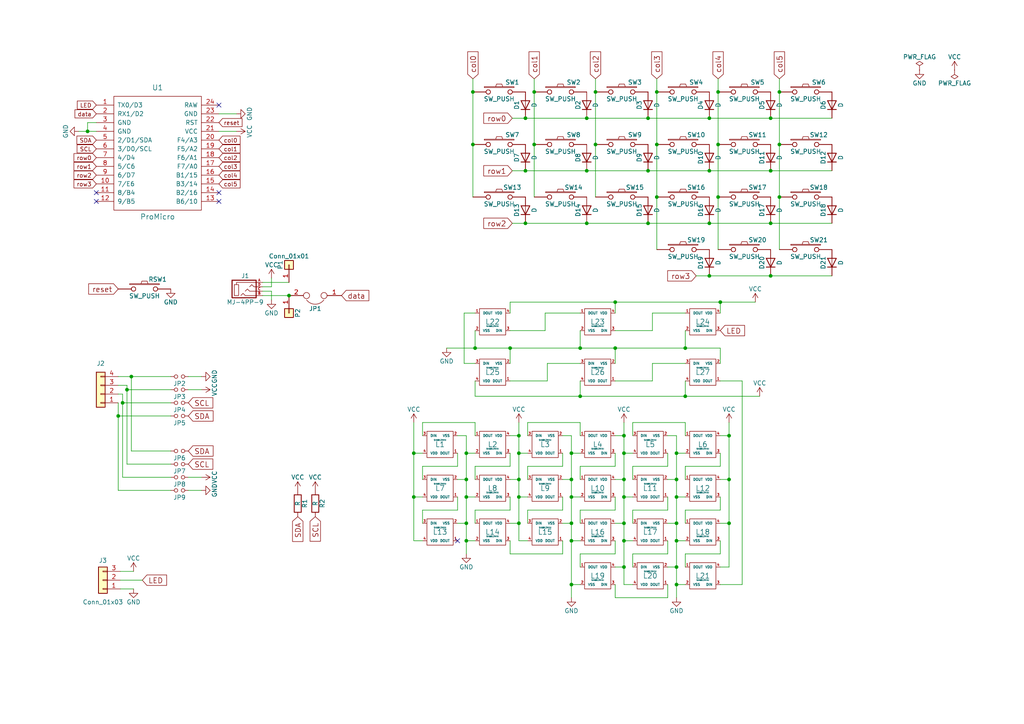
<source format=kicad_sch>
(kicad_sch (version 20230121) (generator eeschema)
  (paper "A4")
  (title_block (title "Corne Chocolate") (date "2024-01-30") (rev "2.2") (company "foostan"))
  (junction (at 205.74 34.29))
  (junction (at 165.735 144.145))
  (junction (at 120.015 144.145))
  (junction (at 170.18 64.77))
  (junction (at 205.74 80.01))
  (junction (at 226.06 26.67))
  (junction (at 196.215 169.545))
  (junction (at 211.455 139.065))
  (junction (at 36.83 113.03))
  (junction (at 172.72 26.67))
  (junction (at 25.4 38.1))
  (junction (at 208.28 26.67))
  (junction (at 154.94 41.91))
  (junction (at 198.755 114.935))
  (junction (at 198.755 100.965))
  (junction (at 211.455 151.765))
  (junction (at 152.4 34.29))
  (junction (at 35.56 116.84))
  (junction (at 196.215 131.445))
  (junction (at 180.975 144.145))
  (junction (at 165.735 169.545))
  (junction (at 150.495 144.145))
  (junction (at 196.215 151.765))
  (junction (at 178.435 87.63))
  (junction (at 208.28 57.15))
  (junction (at 180.975 139.065))
  (junction (at 152.4 64.77))
  (junction (at 165.735 139.065))
  (junction (at 135.255 151.765))
  (junction (at 150.495 139.065))
  (junction (at 120.015 131.445))
  (junction (at 135.255 144.145))
  (junction (at 150.495 151.765))
  (junction (at 135.255 156.845))
  (junction (at 208.28 41.91))
  (junction (at 168.275 100.965))
  (junction (at 137.16 41.91))
  (junction (at 187.96 49.53))
  (junction (at 226.06 57.15))
  (junction (at 180.975 156.845))
  (junction (at 135.255 139.065))
  (junction (at 196.215 164.465))
  (junction (at 187.96 34.29))
  (junction (at 190.5 26.67))
  (junction (at 165.735 131.445))
  (junction (at 190.5 57.15))
  (junction (at 211.455 126.365))
  (junction (at 137.16 26.67))
  (junction (at 147.955 100.965))
  (junction (at 152.4 49.53))
  (junction (at 196.215 156.845))
  (junction (at 168.275 114.935))
  (junction (at 180.975 131.445))
  (junction (at 34.29 120.65))
  (junction (at 165.735 151.765))
  (junction (at 223.52 49.53))
  (junction (at 165.735 156.845))
  (junction (at 196.215 139.065))
  (junction (at 223.52 80.01))
  (junction (at 170.18 49.53))
  (junction (at 223.52 34.29))
  (junction (at 38.1 109.22))
  (junction (at 180.975 151.765))
  (junction (at 205.74 64.77))
  (junction (at 137.795 100.965))
  (junction (at 154.94 26.67))
  (junction (at 187.96 64.77))
  (junction (at 170.18 34.29))
  (junction (at 196.215 144.145))
  (junction (at 226.06 41.91))
  (junction (at 150.495 131.445))
  (junction (at 208.915 87.63))
  (junction (at 223.52 64.77))
  (junction (at 190.5 41.91))
  (junction (at 180.975 126.365))
  (junction (at 135.255 131.445))
  (junction (at 83.82 85.725))
  (junction (at 178.435 100.965))
  (junction (at 205.74 49.53))
  (junction (at 150.495 126.365))
  (junction (at 180.975 164.465))
  (junction (at 172.72 41.91))
  (no_connect (at 27.94 55.88))
  (no_connect (at 63.5 30.48))
  (no_connect (at 132.715 156.845))
  (no_connect (at 27.94 58.42))
  (no_connect (at 63.5 58.42))
  (no_connect (at 63.5 55.88))
  (wire (pts (xy 190.5 41.91) (xy 190.5 57.15)))
  (wire (pts (xy 183.515 151.765) (xy 183.515 147.955)))
  (wire (pts (xy 208.915 151.765) (xy 211.455 151.765)))
  (wire (pts (xy 153.035 151.765) (xy 153.035 147.955)))
  (wire (pts (xy 183.515 122.555) (xy 183.515 126.365)))
  (wire (pts (xy 27.94 35.56) (xy 25.4 35.56)))
  (wire (pts (xy 34.29 109.22) (xy 38.1 109.22)))
  (wire (pts (xy 193.675 164.465) (xy 196.215 164.465)))
  (wire (pts (xy 49.53 116.84) (xy 35.56 116.84)))
  (wire (pts (xy 208.915 110.49) (xy 215.265 110.49)))
  (wire (pts (xy 168.275 156.845) (xy 165.735 156.845)))
  (wire (pts (xy 196.215 151.765) (xy 196.215 156.845)))
  (wire (pts (xy 137.16 26.67) (xy 137.16 41.91)))
  (wire (pts (xy 187.96 34.29) (xy 205.74 34.29)))
  (wire (pts (xy 208.915 135.255) (xy 208.915 131.445)))
  (wire (pts (xy 196.215 139.065) (xy 196.215 144.145)))
  (wire (pts (xy 54.61 138.43) (xy 58.42 138.43)))
  (wire (pts (xy 205.74 80.01) (xy 223.52 80.01)))
  (wire (pts (xy 226.06 57.15) (xy 226.06 72.39)))
  (wire (pts (xy 137.795 114.935) (xy 168.275 114.935)))
  (wire (pts (xy 134.62 105.41) (xy 137.795 105.41)))
  (wire (pts (xy 198.755 122.555) (xy 183.515 122.555)))
  (wire (pts (xy 153.035 147.955) (xy 163.195 147.955)))
  (wire (pts (xy 180.975 144.145) (xy 183.515 144.145)))
  (wire (pts (xy 153.035 135.255) (xy 163.195 135.255)))
  (wire (pts (xy 170.18 64.77) (xy 187.96 64.77)))
  (wire (pts (xy 137.16 41.91) (xy 137.16 57.15)))
  (wire (pts (xy 147.955 87.63) (xy 178.435 87.63)))
  (wire (pts (xy 226.06 41.91) (xy 226.06 57.15)))
  (wire (pts (xy 132.715 147.955) (xy 132.715 144.145)))
  (wire (pts (xy 180.975 164.465) (xy 180.975 169.545)))
  (wire (pts (xy 178.435 87.63) (xy 208.915 87.63)))
  (wire (pts (xy 154.94 22.86) (xy 154.94 26.67)))
  (wire (pts (xy 178.435 151.765) (xy 180.975 151.765)))
  (wire (pts (xy 168.275 147.955) (xy 178.435 147.955)))
  (wire (pts (xy 54.61 113.03) (xy 58.42 113.03)))
  (wire (pts (xy 180.975 151.765) (xy 180.975 156.845)))
  (wire (pts (xy 49.53 120.65) (xy 34.29 120.65)))
  (wire (pts (xy 147.955 147.955) (xy 147.955 144.145)))
  (wire (pts (xy 63.5 33.02) (xy 68.58 33.02)))
  (wire (pts (xy 147.955 135.255) (xy 147.955 131.445)))
  (wire (pts (xy 180.975 156.845) (xy 180.975 164.465)))
  (wire (pts (xy 193.675 139.065) (xy 196.215 139.065)))
  (wire (pts (xy 147.955 151.765) (xy 150.495 151.765)))
  (wire (pts (xy 211.455 151.765) (xy 211.455 164.465)))
  (wire (pts (xy 208.915 126.365) (xy 211.455 126.365)))
  (wire (pts (xy 215.265 110.49) (xy 215.265 169.545)))
  (wire (pts (xy 168.275 100.965) (xy 178.435 100.965)))
  (wire (pts (xy 208.915 147.955) (xy 208.915 144.145)))
  (wire (pts (xy 147.955 126.365) (xy 150.495 126.365)))
  (wire (pts (xy 211.455 139.065) (xy 211.455 151.765)))
  (wire (pts (xy 63.5 38.1) (xy 68.58 38.1)))
  (wire (pts (xy 223.52 34.29) (xy 241.3 34.29)))
  (wire (pts (xy 180.975 122.555) (xy 180.975 126.365)))
  (wire (pts (xy 193.675 151.765) (xy 196.215 151.765)))
  (wire (pts (xy 36.83 111.76) (xy 36.83 113.03)))
  (wire (pts (xy 54.61 109.22) (xy 58.42 109.22)))
  (wire (pts (xy 193.675 173.355) (xy 178.435 173.355)))
  (wire (pts (xy 198.755 156.845) (xy 196.215 156.845)))
  (wire (pts (xy 180.975 156.845) (xy 183.515 156.845)))
  (wire (pts (xy 180.975 126.365) (xy 180.975 131.445)))
  (wire (pts (xy 189.23 105.41) (xy 198.755 105.41)))
  (wire (pts (xy 208.28 41.91) (xy 208.28 57.15)))
  (wire (pts (xy 223.52 64.77) (xy 241.3 64.77)))
  (wire (pts (xy 76.2 84.455) (xy 78.74 84.455)))
  (wire (pts (xy 34.29 114.3) (xy 35.56 114.3)))
  (wire (pts (xy 148.59 49.53) (xy 152.4 49.53)))
  (wire (pts (xy 120.015 131.445) (xy 120.015 144.145)))
  (wire (pts (xy 120.015 122.555) (xy 120.015 131.445)))
  (wire (pts (xy 178.435 147.955) (xy 178.435 144.145)))
  (wire (pts (xy 35.56 114.3) (xy 35.56 116.84)))
  (wire (pts (xy 183.515 164.465) (xy 183.515 160.655)))
  (wire (pts (xy 154.94 41.91) (xy 154.94 57.15)))
  (wire (pts (xy 198.755 135.255) (xy 208.915 135.255)))
  (wire (pts (xy 132.715 139.065) (xy 135.255 139.065)))
  (wire (pts (xy 198.755 126.365) (xy 198.755 122.555)))
  (wire (pts (xy 168.275 169.545) (xy 165.735 169.545)))
  (wire (pts (xy 178.435 164.465) (xy 180.975 164.465)))
  (wire (pts (xy 208.28 22.86) (xy 208.28 26.67)))
  (wire (pts (xy 168.275 131.445) (xy 165.735 131.445)))
  (wire (pts (xy 223.52 80.01) (xy 241.3 80.01)))
  (wire (pts (xy 187.96 64.77) (xy 205.74 64.77)))
  (wire (pts (xy 178.435 105.41) (xy 178.435 100.965)))
  (wire (pts (xy 190.5 57.15) (xy 190.5 72.39)))
  (wire (pts (xy 137.795 135.255) (xy 147.955 135.255)))
  (wire (pts (xy 76.2 83.185) (xy 78.74 83.185)))
  (wire (pts (xy 36.83 113.03) (xy 36.83 134.62)))
  (wire (pts (xy 76.2 81.915) (xy 83.82 81.915)))
  (wire (pts (xy 223.52 49.53) (xy 241.3 49.53)))
  (wire (pts (xy 193.675 169.545) (xy 193.675 173.355)))
  (wire (pts (xy 180.975 144.145) (xy 180.975 151.765)))
  (wire (pts (xy 163.195 139.065) (xy 165.735 139.065)))
  (wire (pts (xy 189.23 110.49) (xy 189.23 105.41)))
  (wire (pts (xy 147.955 90.805) (xy 147.955 87.63)))
  (wire (pts (xy 150.495 156.845) (xy 153.035 156.845)))
  (wire (pts (xy 38.1 109.22) (xy 38.1 130.81)))
  (wire (pts (xy 137.795 151.765) (xy 137.795 147.955)))
  (wire (pts (xy 198.755 139.065) (xy 198.755 135.255)))
  (wire (pts (xy 198.755 131.445) (xy 196.215 131.445)))
  (wire (pts (xy 190.5 26.67) (xy 190.5 41.91)))
  (wire (pts (xy 172.72 22.86) (xy 172.72 26.67)))
  (wire (pts (xy 178.435 160.655) (xy 178.435 156.845)))
  (wire (pts (xy 183.515 139.065) (xy 183.515 135.255)))
  (wire (pts (xy 170.18 49.53) (xy 187.96 49.53)))
  (wire (pts (xy 158.75 105.41) (xy 168.275 105.41)))
  (wire (pts (xy 198.755 144.145) (xy 196.215 144.145)))
  (wire (pts (xy 226.06 22.86) (xy 226.06 26.67)))
  (wire (pts (xy 208.915 87.63) (xy 219.075 87.63)))
  (wire (pts (xy 135.255 151.765) (xy 135.255 156.845)))
  (wire (pts (xy 147.955 100.965) (xy 168.275 100.965)))
  (wire (pts (xy 196.215 131.445) (xy 196.215 139.065)))
  (wire (pts (xy 178.435 90.805) (xy 178.435 87.63)))
  (wire (pts (xy 153.035 144.145) (xy 150.495 144.145)))
  (wire (pts (xy 147.955 105.41) (xy 147.955 100.965)))
  (wire (pts (xy 180.975 139.065) (xy 180.975 144.145)))
  (wire (pts (xy 211.455 164.465) (xy 208.915 164.465)))
  (wire (pts (xy 178.435 135.255) (xy 178.435 131.445)))
  (wire (pts (xy 208.915 139.065) (xy 211.455 139.065)))
  (wire (pts (xy 208.915 100.965) (xy 208.915 105.41)))
  (wire (pts (xy 135.255 139.065) (xy 135.255 144.145)))
  (wire (pts (xy 165.735 126.365) (xy 165.735 131.445)))
  (wire (pts (xy 178.435 139.065) (xy 180.975 139.065)))
  (wire (pts (xy 180.975 131.445) (xy 180.975 139.065)))
  (wire (pts (xy 154.94 26.67) (xy 154.94 41.91)))
  (wire (pts (xy 137.795 147.955) (xy 147.955 147.955)))
  (wire (pts (xy 198.755 114.935) (xy 220.345 114.935)))
  (wire (pts (xy 187.96 49.53) (xy 205.74 49.53)))
  (wire (pts (xy 150.495 139.065) (xy 150.495 144.145)))
  (wire (pts (xy 137.795 139.065) (xy 137.795 135.255)))
  (wire (pts (xy 193.675 126.365) (xy 196.215 126.365)))
  (wire (pts (xy 34.29 116.84) (xy 34.29 120.65)))
  (wire (pts (xy 168.275 139.065) (xy 168.275 135.255)))
  (wire (pts (xy 163.195 156.845) (xy 163.195 160.655)))
  (wire (pts (xy 205.74 49.53) (xy 223.52 49.53)))
  (wire (pts (xy 38.1 109.22) (xy 49.53 109.22)))
  (wire (pts (xy 25.4 35.56) (xy 25.4 38.1)))
  (wire (pts (xy 137.795 110.49) (xy 137.795 114.935)))
  (wire (pts (xy 196.215 126.365) (xy 196.215 131.445)))
  (wire (pts (xy 208.915 160.655) (xy 208.915 156.845)))
  (wire (pts (xy 183.515 147.955) (xy 193.675 147.955)))
  (wire (pts (xy 150.495 144.145) (xy 150.495 151.765)))
  (wire (pts (xy 158.75 110.49) (xy 158.75 105.41)))
  (wire (pts (xy 201.93 80.01) (xy 205.74 80.01)))
  (wire (pts (xy 122.555 139.065) (xy 122.555 135.255)))
  (wire (pts (xy 135.255 131.445) (xy 135.255 139.065)))
  (wire (pts (xy 165.735 151.765) (xy 165.735 156.845)))
  (wire (pts (xy 158.115 90.805) (xy 158.115 95.885)))
  (wire (pts (xy 120.015 156.845) (xy 122.555 156.845)))
  (wire (pts (xy 135.255 126.365) (xy 135.255 131.445)))
  (wire (pts (xy 196.215 144.145) (xy 196.215 151.765)))
  (wire (pts (xy 215.265 169.545) (xy 208.915 169.545)))
  (wire (pts (xy 178.435 126.365) (xy 180.975 126.365)))
  (wire (pts (xy 190.5 22.86) (xy 190.5 26.67)))
  (wire (pts (xy 211.455 122.555) (xy 211.455 126.365)))
  (wire (pts (xy 208.28 57.15) (xy 208.28 72.39)))
  (wire (pts (xy 148.59 64.77) (xy 152.4 64.77)))
  (wire (pts (xy 168.275 126.365) (xy 168.275 122.555)))
  (wire (pts (xy 129.54 100.965) (xy 137.795 100.965)))
  (wire (pts (xy 198.755 90.805) (xy 189.23 90.805)))
  (wire (pts (xy 165.735 156.845) (xy 165.735 169.545)))
  (wire (pts (xy 137.795 100.965) (xy 147.955 100.965)))
  (wire (pts (xy 163.195 135.255) (xy 163.195 131.445)))
  (wire (pts (xy 120.015 144.145) (xy 120.015 156.845)))
  (wire (pts (xy 226.06 26.67) (xy 226.06 41.91)))
  (wire (pts (xy 183.515 160.655) (xy 193.675 160.655)))
  (wire (pts (xy 137.795 122.555) (xy 122.555 122.555)))
  (wire (pts (xy 168.275 135.255) (xy 178.435 135.255)))
  (wire (pts (xy 168.275 160.655) (xy 178.435 160.655)))
  (wire (pts (xy 170.18 34.29) (xy 187.96 34.29)))
  (wire (pts (xy 137.795 131.445) (xy 135.255 131.445)))
  (wire (pts (xy 165.735 131.445) (xy 165.735 139.065)))
  (wire (pts (xy 34.925 165.735) (xy 38.735 165.735)))
  (wire (pts (xy 198.755 164.465) (xy 198.755 160.655)))
  (wire (pts (xy 172.72 41.91) (xy 172.72 57.15)))
  (wire (pts (xy 178.435 173.355) (xy 178.435 169.545)))
  (wire (pts (xy 153.035 131.445) (xy 150.495 131.445)))
  (wire (pts (xy 163.195 151.765) (xy 165.735 151.765)))
  (wire (pts (xy 76.2 85.725) (xy 83.82 85.725)))
  (wire (pts (xy 172.72 26.67) (xy 172.72 41.91)))
  (wire (pts (xy 193.675 147.955) (xy 193.675 144.145)))
  (wire (pts (xy 168.275 164.465) (xy 168.275 160.655)))
  (wire (pts (xy 196.215 164.465) (xy 196.215 169.545)))
  (wire (pts (xy 158.115 95.885) (xy 147.955 95.885)))
  (wire (pts (xy 165.735 169.545) (xy 165.735 173.355)))
  (wire (pts (xy 196.215 169.545) (xy 196.215 173.355)))
  (wire (pts (xy 178.435 110.49) (xy 189.23 110.49)))
  (wire (pts (xy 150.495 151.765) (xy 150.495 156.845)))
  (wire (pts (xy 122.555 122.555) (xy 122.555 126.365)))
  (wire (pts (xy 49.53 113.03) (xy 36.83 113.03)))
  (wire (pts (xy 198.755 169.545) (xy 196.215 169.545)))
  (wire (pts (xy 165.735 139.065) (xy 165.735 144.145)))
  (wire (pts (xy 168.275 95.885) (xy 168.275 100.965)))
  (wire (pts (xy 198.755 151.765) (xy 198.755 147.955)))
  (wire (pts (xy 34.29 111.76) (xy 36.83 111.76)))
  (wire (pts (xy 205.74 64.77) (xy 223.52 64.77)))
  (wire (pts (xy 153.035 139.065) (xy 153.035 135.255)))
  (wire (pts (xy 152.4 34.29) (xy 170.18 34.29)))
  (wire (pts (xy 196.215 156.845) (xy 196.215 164.465)))
  (wire (pts (xy 178.435 100.965) (xy 198.755 100.965)))
  (wire (pts (xy 122.555 147.955) (xy 132.715 147.955)))
  (wire (pts (xy 137.795 90.805) (xy 134.62 90.805)))
  (wire (pts (xy 78.74 84.455) (xy 78.74 86.995)))
  (wire (pts (xy 150.495 126.365) (xy 150.495 131.445)))
  (wire (pts (xy 168.275 151.765) (xy 168.275 147.955)))
  (wire (pts (xy 34.29 142.24) (xy 49.53 142.24)))
  (wire (pts (xy 122.555 135.255) (xy 132.715 135.255)))
  (wire (pts (xy 22.86 38.1) (xy 25.4 38.1)))
  (wire (pts (xy 168.275 90.805) (xy 158.115 90.805)))
  (wire (pts (xy 135.255 144.145) (xy 135.255 151.765)))
  (wire (pts (xy 38.1 130.81) (xy 49.53 130.81)))
  (wire (pts (xy 148.59 34.29) (xy 152.4 34.29)))
  (wire (pts (xy 153.035 122.555) (xy 153.035 126.365)))
  (wire (pts (xy 163.195 147.955) (xy 163.195 144.145)))
  (wire (pts (xy 132.715 126.365) (xy 135.255 126.365)))
  (wire (pts (xy 152.4 49.53) (xy 170.18 49.53)))
  (wire (pts (xy 150.495 122.555) (xy 150.495 126.365)))
  (wire (pts (xy 168.275 110.49) (xy 168.275 114.935)))
  (wire (pts (xy 208.28 26.67) (xy 208.28 41.91)))
  (wire (pts (xy 180.975 131.445) (xy 183.515 131.445)))
  (wire (pts (xy 137.795 156.845) (xy 135.255 156.845)))
  (wire (pts (xy 208.915 90.805) (xy 208.915 87.63)))
  (wire (pts (xy 34.29 120.65) (xy 34.29 142.24)))
  (wire (pts (xy 54.61 142.24) (xy 58.42 142.24)))
  (wire (pts (xy 189.23 95.885) (xy 178.435 95.885)))
  (wire (pts (xy 137.795 144.145) (xy 135.255 144.145)))
  (wire (pts (xy 168.275 114.935) (xy 198.755 114.935)))
  (wire (pts (xy 137.16 22.86) (xy 137.16 26.67)))
  (wire (pts (xy 122.555 151.765) (xy 122.555 147.955)))
  (wire (pts (xy 135.255 156.845) (xy 135.255 160.655)))
  (wire (pts (xy 147.955 160.655) (xy 147.955 156.845)))
  (wire (pts (xy 34.925 168.275) (xy 41.275 168.275)))
  (wire (pts (xy 165.735 144.145) (xy 165.735 151.765)))
  (wire (pts (xy 198.755 147.955) (xy 208.915 147.955)))
  (wire (pts (xy 147.955 110.49) (xy 158.75 110.49)))
  (wire (pts (xy 193.675 135.255) (xy 193.675 131.445)))
  (wire (pts (xy 78.74 83.185) (xy 78.74 80.645)))
  (wire (pts (xy 137.795 95.885) (xy 137.795 100.965)))
  (wire (pts (xy 163.195 126.365) (xy 165.735 126.365)))
  (wire (pts (xy 150.495 131.445) (xy 150.495 139.065)))
  (wire (pts (xy 25.4 38.1) (xy 27.94 38.1)))
  (wire (pts (xy 122.555 144.145) (xy 120.015 144.145)))
  (wire (pts (xy 137.795 126.365) (xy 137.795 122.555)))
  (wire (pts (xy 205.74 34.29) (xy 223.52 34.29)))
  (wire (pts (xy 198.755 110.49) (xy 198.755 114.935)))
  (wire (pts (xy 198.755 95.885) (xy 198.755 100.965)))
  (wire (pts (xy 36.83 134.62) (xy 49.53 134.62)))
  (wire (pts (xy 183.515 135.255) (xy 193.675 135.255)))
  (wire (pts (xy 132.715 135.255) (xy 132.715 131.445)))
  (wire (pts (xy 198.755 100.965) (xy 208.915 100.965)))
  (wire (pts (xy 132.715 151.765) (xy 135.255 151.765)))
  (wire (pts (xy 134.62 90.805) (xy 134.62 105.41)))
  (wire (pts (xy 193.675 160.655) (xy 193.675 156.845)))
  (wire (pts (xy 163.195 160.655) (xy 147.955 160.655)))
  (wire (pts (xy 152.4 64.77) (xy 170.18 64.77)))
  (wire (pts (xy 168.275 122.555) (xy 153.035 122.555)))
  (wire (pts (xy 198.755 160.655) (xy 208.915 160.655)))
  (wire (pts (xy 147.955 139.065) (xy 150.495 139.065)))
  (wire (pts (xy 35.56 116.84) (xy 35.56 138.43)))
  (wire (pts (xy 211.455 126.365) (xy 211.455 139.065)))
  (wire (pts (xy 168.275 144.145) (xy 165.735 144.145)))
  (wire (pts (xy 34.925 170.815) (xy 38.735 170.815)))
  (wire (pts (xy 35.56 138.43) (xy 49.53 138.43)))
  (wire (pts (xy 189.23 90.805) (xy 189.23 95.885)))
  (wire (pts (xy 122.555 131.445) (xy 120.015 131.445)))
  (wire (pts (xy 180.975 169.545) (xy 183.515 169.545)))
  (global_label "row2" (shape input) (at 148.59 64.77 180) (effects (font (size 1.524 1.524))) (property "Intersheetrefs" "${INTERSHEET_REFS}" (effects hide)))
  (global_label "col5" (shape input) (at 63.5 53.34 0) (effects (font (size 1.1938 1.1938))) (property "Intersheetrefs" "${INTERSHEET_REFS}" (effects hide)))
  (global_label "SCL" (shape input) (at 91.44 149.86 270) (effects (font (size 1.524 1.524))) (property "Intersheetrefs" "${INTERSHEET_REFS}" (effects hide)))
  (global_label "data" (shape input) (at 27.94 33.02 180) (effects (font (size 1.1938 1.1938))) (property "Intersheetrefs" "${INTERSHEET_REFS}" (effects hide)))
  (global_label "row0" (shape input) (at 148.59 34.29 180) (effects (font (size 1.524 1.524))) (property "Intersheetrefs" "${INTERSHEET_REFS}" (effects hide)))
  (global_label "SDA" (shape input) (at 54.61 130.81 0) (effects (font (size 1.524 1.524))) (property "Intersheetrefs" "${INTERSHEET_REFS}" (effects hide)))
  (global_label "col4" (shape input) (at 208.28 22.86 90) (effects (font (size 1.524 1.524))) (property "Intersheetrefs" "${INTERSHEET_REFS}" (effects hide)))
  (global_label "SDA" (shape input) (at 54.61 120.65 0) (effects (font (size 1.524 1.524))) (property "Intersheetrefs" "${INTERSHEET_REFS}" (effects hide)))
  (global_label "col2" (shape input) (at 172.72 22.86 90) (effects (font (size 1.524 1.524))) (property "Intersheetrefs" "${INTERSHEET_REFS}" (effects hide)))
  (global_label "data" (shape input) (at 99.06 85.725 0) (effects (font (size 1.524 1.524))) (property "Intersheetrefs" "${INTERSHEET_REFS}" (effects hide)))
  (global_label "col5" (shape input) (at 226.06 22.86 90) (effects (font (size 1.524 1.524))) (property "Intersheetrefs" "${INTERSHEET_REFS}" (effects hide)))
  (global_label "reset" (shape input) (at 34.29 83.82 180) (effects (font (size 1.524 1.524))) (property "Intersheetrefs" "${INTERSHEET_REFS}" (effects hide)))
  (global_label "row2" (shape input) (at 27.94 50.8 180) (effects (font (size 1.1938 1.1938))) (property "Intersheetrefs" "${INTERSHEET_REFS}" (effects hide)))
  (global_label "col4" (shape input) (at 63.5 50.8 0) (effects (font (size 1.1938 1.1938))) (property "Intersheetrefs" "${INTERSHEET_REFS}" (effects hide)))
  (global_label "row3" (shape input) (at 27.94 53.34 180) (effects (font (size 1.1938 1.1938))) (property "Intersheetrefs" "${INTERSHEET_REFS}" (effects hide)))
  (global_label "row3" (shape input) (at 201.93 80.01 180) (effects (font (size 1.524 1.524))) (property "Intersheetrefs" "${INTERSHEET_REFS}" (effects hide)))
  (global_label "LED" (shape input) (at 27.94 30.48 180) (effects (font (size 1.1938 1.1938))) (property "Intersheetrefs" "${INTERSHEET_REFS}" (effects hide)))
  (global_label "SDA" (shape input) (at 86.36 149.86 270) (effects (font (size 1.524 1.524))) (property "Intersheetrefs" "${INTERSHEET_REFS}" (effects hide)))
  (global_label "col1" (shape input) (at 154.94 22.86 90) (effects (font (size 1.524 1.524))) (property "Intersheetrefs" "${INTERSHEET_REFS}" (effects hide)))
  (global_label "SCL" (shape input) (at 27.94 43.18 180) (effects (font (size 1.1938 1.1938))) (property "Intersheetrefs" "${INTERSHEET_REFS}" (effects hide)))
  (global_label "col0" (shape input) (at 137.16 22.86 90) (effects (font (size 1.524 1.524))) (property "Intersheetrefs" "${INTERSHEET_REFS}" (effects hide)))
  (global_label "SCL" (shape input) (at 54.61 116.84 0) (effects (font (size 1.524 1.524))) (property "Intersheetrefs" "${INTERSHEET_REFS}" (effects hide)))
  (global_label "col1" (shape input) (at 63.5 43.18 0) (effects (font (size 1.1938 1.1938))) (property "Intersheetrefs" "${INTERSHEET_REFS}" (effects hide)))
  (global_label "SCL" (shape input) (at 54.61 134.62 0) (effects (font (size 1.524 1.524))) (property "Intersheetrefs" "${INTERSHEET_REFS}" (effects hide)))
  (global_label "row1" (shape input) (at 148.59 49.53 180) (effects (font (size 1.524 1.524))) (property "Intersheetrefs" "${INTERSHEET_REFS}" (effects hide)))
  (global_label "reset" (shape input) (at 63.5 35.56 0) (effects (font (size 1.1938 1.1938))) (property "Intersheetrefs" "${INTERSHEET_REFS}" (effects hide)))
  (global_label "col3" (shape input) (at 63.5 48.26 0) (effects (font (size 1.1938 1.1938))) (property "Intersheetrefs" "${INTERSHEET_REFS}" (effects hide)))
  (global_label "col2" (shape input) (at 63.5 45.72 0) (effects (font (size 1.1938 1.1938))) (property "Intersheetrefs" "${INTERSHEET_REFS}" (effects hide)))
  (global_label "LED" (shape input) (at 208.915 95.885 0) (effects (font (size 1.524 1.524))) (property "Intersheetrefs" "${INTERSHEET_REFS}" (effects hide)))
  (global_label "col0" (shape input) (at 63.5 40.64 0) (effects (font (size 1.1938 1.1938))) (property "Intersheetrefs" "${INTERSHEET_REFS}" (effects hide)))
  (global_label "LED" (shape input) (at 41.275 168.275 0) (effects (font (size 1.524 1.524))) (property "Intersheetrefs" "${INTERSHEET_REFS}" (effects hide)))
  (global_label "SDA" (shape input) (at 27.94 40.64 180) (effects (font (size 1.1938 1.1938))) (property "Intersheetrefs" "${INTERSHEET_REFS}" (effects hide)))
  (global_label "row1" (shape input) (at 27.94 48.26 180) (effects (font (size 1.1938 1.1938))) (property "Intersheetrefs" "${INTERSHEET_REFS}" (effects hide)))
  (global_label "row0" (shape input) (at 27.94 45.72 180) (effects (font (size 1.1938 1.1938))) (property "Intersheetrefs" "${INTERSHEET_REFS}" (effects hide)))
  (global_label "col3" (shape input) (at 190.5 22.86 90) (effects (font (size 1.524 1.524))) (property "Intersheetrefs" "${INTERSHEET_REFS}" (effects hide)))
  (symbol (lib_id "kbd:SW_PUSH") (at 162.56 26.67 0) (unit 1)
    (property "Reference" "SW2" (at 166.37 23.876 0))
    (property "Value" "SW_PUSH" (at 162.56 28.702 0))
    (property "Footprint" "kbd:ChocV1_V2_Hotswap" (effects hide))
  )
  (symbol (lib_id "Device:D") (at 170.18 30.48 90) (unit 1)
    (property "Reference" "D2" (at 167.64 30.48 0))
    (property "Value" "D" (at 172.72 30.48 0))
    (property "Footprint" "kbd:D3_SMD" (effects hide))
    (property "Sim.Device" "D" (effects hide))
    (property "Sim.Pins" "1=K 2=A" (effects hide))
  )
  (symbol (lib_id "kbd:SW_PUSH") (at 180.34 26.67 0) (unit 1)
    (property "Reference" "SW3" (at 184.15 23.876 0))
    (property "Value" "SW_PUSH" (at 180.34 28.702 0))
    (property "Footprint" "kbd:ChocV1_V2_Hotswap" (effects hide))
  )
  (symbol (lib_id "Device:D") (at 187.96 30.48 90) (unit 1)
    (property "Reference" "D3" (at 185.42 30.48 0))
    (property "Value" "D" (at 190.5 30.48 0))
    (property "Footprint" "kbd:D3_SMD" (effects hide))
    (property "Sim.Device" "D" (effects hide))
    (property "Sim.Pins" "1=K 2=A" (effects hide))
  )
  (symbol (lib_id "kbd:SW_PUSH") (at 198.12 26.67 0) (unit 1)
    (property "Reference" "SW4" (at 201.93 23.876 0))
    (property "Value" "SW_PUSH" (at 198.12 28.702 0))
    (property "Footprint" "kbd:ChocV1_V2_Hotswap" (effects hide))
  )
  (symbol (lib_id "kbd:SW_PUSH") (at 215.9 26.67 0) (unit 1)
    (property "Reference" "SW5" (at 219.71 23.876 0))
    (property "Value" "SW_PUSH" (at 215.9 28.702 0))
    (property "Footprint" "kbd:ChocV1_V2_Hotswap" (effects hide))
  )
  (symbol (lib_id "kbd:SW_PUSH") (at 233.68 26.67 0) (unit 1)
    (property "Reference" "SW6" (at 237.49 23.876 0))
    (property "Value" "SW_PUSH" (at 233.68 28.702 0))
    (property "Footprint" "kbd:ChocV1_V2_Hotswap" (effects hide))
  )
  (symbol (lib_id "Device:D") (at 205.74 30.48 90) (unit 1)
    (property "Reference" "D4" (at 203.2 30.48 0))
    (property "Value" "D" (at 208.28 30.48 0))
    (property "Footprint" "kbd:D3_SMD" (effects hide))
    (property "Sim.Device" "D" (effects hide))
    (property "Sim.Pins" "1=K 2=A" (effects hide))
  )
  (symbol (lib_id "Device:D") (at 223.52 30.48 90) (unit 1)
    (property "Reference" "D5" (at 220.98 30.48 0))
    (property "Value" "D" (at 226.06 30.48 0))
    (property "Footprint" "kbd:D3_SMD" (effects hide))
    (property "Sim.Device" "D" (effects hide))
    (property "Sim.Pins" "1=K 2=A" (effects hide))
  )
  (symbol (lib_id "Device:D") (at 241.3 30.48 90) (unit 1)
    (property "Reference" "D6" (at 238.76 30.48 0))
    (property "Value" "D" (at 243.84 30.48 0))
    (property "Footprint" "kbd:D3_SMD" (effects hide))
    (property "Sim.Device" "D" (effects hide))
    (property "Sim.Pins" "1=K 2=A" (effects hide))
  )
  (symbol (lib_id "kbd:SW_PUSH") (at 144.78 26.67 0) (unit 1)
    (property "Reference" "SW1" (at 148.59 23.876 0))
    (property "Value" "SW_PUSH" (at 144.78 28.702 0))
    (property "Footprint" "kbd:ChocV1_V2_Hotswap" (effects hide))
  )
  (symbol (lib_id "Device:D") (at 152.4 30.48 90) (unit 1)
    (property "Reference" "D1" (at 149.86 30.48 0))
    (property "Value" "D" (at 154.94 30.48 0))
    (property "Footprint" "kbd:D3_SMD" (effects hide))
    (property "Sim.Device" "D" (effects hide))
    (property "Sim.Pins" "1=K 2=A" (effects hide))
  )
  (symbol (lib_id "kbd:SW_PUSH") (at 162.56 41.91 0) (unit 1)
    (property "Reference" "SW8" (at 166.37 39.116 0))
    (property "Value" "SW_PUSH" (at 162.56 43.942 0))
    (property "Footprint" "kbd:ChocV1_V2_Hotswap" (effects hide))
  )
  (symbol (lib_id "Device:D") (at 170.18 45.72 90) (unit 1)
    (property "Reference" "D8" (at 167.64 45.72 0))
    (property "Value" "D" (at 172.72 45.72 0))
    (property "Footprint" "kbd:D3_SMD" (effects hide))
    (property "Sim.Device" "D" (effects hide))
    (property "Sim.Pins" "1=K 2=A" (effects hide))
  )
  (symbol (lib_id "kbd:SW_PUSH") (at 180.34 41.91 0) (unit 1)
    (property "Reference" "SW9" (at 184.15 39.116 0))
    (property "Value" "SW_PUSH" (at 180.34 43.942 0))
    (property "Footprint" "kbd:ChocV1_V2_Hotswap" (effects hide))
  )
  (symbol (lib_id "Device:D") (at 187.96 45.72 90) (unit 1)
    (property "Reference" "D9" (at 185.42 45.72 0))
    (property "Value" "D" (at 190.5 45.72 0))
    (property "Footprint" "kbd:D3_SMD" (effects hide))
    (property "Sim.Device" "D" (effects hide))
    (property "Sim.Pins" "1=K 2=A" (effects hide))
  )
  (symbol (lib_id "kbd:SW_PUSH") (at 198.12 41.91 0) (unit 1)
    (property "Reference" "SW10" (at 201.93 39.116 0))
    (property "Value" "SW_PUSH" (at 198.12 43.942 0))
    (property "Footprint" "kbd:ChocV1_V2_Hotswap" (effects hide))
  )
  (symbol (lib_id "kbd:SW_PUSH") (at 215.9 41.91 0) (unit 1)
    (property "Reference" "SW11" (at 219.71 39.116 0))
    (property "Value" "SW_PUSH" (at 215.9 43.942 0))
    (property "Footprint" "kbd:ChocV1_V2_Hotswap" (effects hide))
  )
  (symbol (lib_id "kbd:SW_PUSH") (at 233.68 41.91 0) (unit 1)
    (property "Reference" "SW12" (at 237.49 39.116 0))
    (property "Value" "SW_PUSH" (at 233.68 43.942 0))
    (property "Footprint" "kbd:ChocV1_V2_Hotswap" (effects hide))
  )
  (symbol (lib_id "Device:D") (at 205.74 45.72 90) (unit 1)
    (property "Reference" "D10" (at 203.2 45.72 0))
    (property "Value" "D" (at 208.28 45.72 0))
    (property "Footprint" "kbd:D3_SMD" (effects hide))
    (property "Sim.Device" "D" (effects hide))
    (property "Sim.Pins" "1=K 2=A" (effects hide))
  )
  (symbol (lib_id "Device:D") (at 223.52 45.72 90) (unit 1)
    (property "Reference" "D11" (at 220.98 45.72 0))
    (property "Value" "D" (at 226.06 45.72 0))
    (property "Footprint" "kbd:D3_SMD" (effects hide))
    (property "Sim.Device" "D" (effects hide))
    (property "Sim.Pins" "1=K 2=A" (effects hide))
  )
  (symbol (lib_id "Device:D") (at 241.3 45.72 90) (unit 1)
    (property "Reference" "D12" (at 238.76 45.72 0))
    (property "Value" "D" (at 243.84 45.72 0))
    (property "Footprint" "kbd:D3_SMD" (effects hide))
    (property "Sim.Device" "D" (effects hide))
    (property "Sim.Pins" "1=K 2=A" (effects hide))
  )
  (symbol (lib_id "kbd:SW_PUSH") (at 144.78 41.91 0) (unit 1)
    (property "Reference" "SW7" (at 148.59 39.116 0))
    (property "Value" "SW_PUSH" (at 144.78 43.942 0))
    (property "Footprint" "kbd:ChocV1_V2_Hotswap" (effects hide))
  )
  (symbol (lib_id "Device:D") (at 152.4 45.72 90) (unit 1)
    (property "Reference" "D7" (at 149.86 45.72 0))
    (property "Value" "D" (at 154.94 45.72 0))
    (property "Footprint" "kbd:D3_SMD" (effects hide))
    (property "Sim.Device" "D" (effects hide))
    (property "Sim.Pins" "1=K 2=A" (effects hide))
  )
  (symbol (lib_id "kbd:SW_PUSH") (at 162.56 57.15 0) (unit 1)
    (property "Reference" "SW14" (at 166.37 54.356 0))
    (property "Value" "SW_PUSH" (at 162.56 59.182 0))
    (property "Footprint" "kbd:ChocV1_V2_Hotswap" (effects hide))
  )
  (symbol (lib_id "Device:D") (at 170.18 60.96 90) (unit 1)
    (property "Reference" "D14" (at 167.64 60.96 0))
    (property "Value" "D" (at 172.72 60.96 0))
    (property "Footprint" "kbd:D3_SMD" (effects hide))
    (property "Sim.Device" "D" (effects hide))
    (property "Sim.Pins" "1=K 2=A" (effects hide))
  )
  (symbol (lib_id "kbd:SW_PUSH") (at 180.34 57.15 0) (unit 1)
    (property "Reference" "SW15" (at 184.15 54.356 0))
    (property "Value" "SW_PUSH" (at 180.34 59.182 0))
    (property "Footprint" "kbd:ChocV1_V2_Hotswap" (effects hide))
  )
  (symbol (lib_id "Device:D") (at 187.96 60.96 90) (unit 1)
    (property "Reference" "D15" (at 185.42 60.96 0))
    (property "Value" "D" (at 190.5 60.96 0))
    (property "Footprint" "kbd:D3_SMD" (effects hide))
    (property "Sim.Device" "D" (effects hide))
    (property "Sim.Pins" "1=K 2=A" (effects hide))
  )
  (symbol (lib_id "kbd:SW_PUSH") (at 198.12 57.15 0) (unit 1)
    (property "Reference" "SW16" (at 201.93 54.356 0))
    (property "Value" "SW_PUSH" (at 198.12 59.182 0))
    (property "Footprint" "kbd:ChocV1_V2_Hotswap" (effects hide))
  )
  (symbol (lib_id "kbd:SW_PUSH") (at 215.9 57.15 0) (unit 1)
    (property "Reference" "SW17" (at 219.71 54.356 0))
    (property "Value" "SW_PUSH" (at 215.9 59.182 0))
    (property "Footprint" "kbd:ChocV1_V2_Hotswap" (effects hide))
  )
  (symbol (lib_id "kbd:SW_PUSH") (at 233.68 57.15 0) (unit 1)
    (property "Reference" "SW18" (at 237.49 54.356 0))
    (property "Value" "SW_PUSH" (at 233.68 59.182 0))
    (property "Footprint" "kbd:ChocV1_V2_Hotswap" (effects hide))
  )
  (symbol (lib_id "Device:D") (at 205.74 60.96 90) (unit 1)
    (property "Reference" "D16" (at 203.2 60.96 0))
    (property "Value" "D" (at 208.28 60.96 0))
    (property "Footprint" "kbd:D3_SMD" (effects hide))
    (property "Sim.Device" "D" (effects hide))
    (property "Sim.Pins" "1=K 2=A" (effects hide))
  )
  (symbol (lib_id "Device:D") (at 223.52 60.96 90) (unit 1)
    (property "Reference" "D17" (at 220.98 60.96 0))
    (property "Value" "D" (at 226.06 60.96 0))
    (property "Footprint" "kbd:D3_SMD" (effects hide))
    (property "Sim.Device" "D" (effects hide))
    (property "Sim.Pins" "1=K 2=A" (effects hide))
  )
  (symbol (lib_id "Device:D") (at 241.3 60.96 90) (unit 1)
    (property "Reference" "D18" (at 238.76 60.96 0))
    (property "Value" "D" (at 243.84 60.96 0))
    (property "Footprint" "kbd:D3_SMD" (effects hide))
    (property "Sim.Device" "D" (effects hide))
    (property "Sim.Pins" "1=K 2=A" (effects hide))
  )
  (symbol (lib_id "kbd:SW_PUSH") (at 144.78 57.15 0) (unit 1)
    (property "Reference" "SW13" (at 148.59 54.356 0))
    (property "Value" "SW_PUSH" (at 144.78 59.182 0))
    (property "Footprint" "kbd:ChocV1_V2_Hotswap" (effects hide))
  )
  (symbol (lib_id "Device:D") (at 152.4 60.96 90) (unit 1)
    (property "Reference" "D13" (at 149.86 60.96 0))
    (property "Value" "D" (at 154.94 60.96 0))
    (property "Footprint" "kbd:D3_SMD" (effects hide))
    (property "Sim.Device" "D" (effects hide))
    (property "Sim.Pins" "1=K 2=A" (effects hide))
  )
  (symbol (lib_id "kbd:SW_PUSH") (at 215.9 72.39 0) (unit 1)
    (property "Reference" "SW20" (at 219.71 69.596 0))
    (property "Value" "SW_PUSH" (at 215.9 74.422 0))
    (property "Footprint" "kbd:ChocV1_V2_Hotswap" (effects hide))
  )
  (symbol (lib_id "Device:D") (at 223.52 76.2 90) (unit 1)
    (property "Reference" "D20" (at 220.98 76.2 0))
    (property "Value" "D" (at 226.06 76.2 0))
    (property "Footprint" "kbd:D3_SMD" (effects hide))
    (property "Sim.Device" "D" (effects hide))
    (property "Sim.Pins" "1=K 2=A" (effects hide))
  )
  (symbol (lib_id "kbd:SW_PUSH") (at 233.68 72.39 0) (unit 1)
    (property "Reference" "SW21" (at 237.49 69.596 0))
    (property "Value" "SW_PUSH" (at 233.68 74.422 0))
    (property "Footprint" "kbd:ChocV1_V2_Hotswap_1.5u" (effects hide))
  )
  (symbol (lib_id "Device:D") (at 241.3 76.2 90) (unit 1)
    (property "Reference" "D21" (at 238.76 76.2 0))
    (property "Value" "D" (at 243.84 76.2 0))
    (property "Footprint" "kbd:D3_SMD" (effects hide))
    (property "Sim.Device" "D" (effects hide))
    (property "Sim.Pins" "1=K 2=A" (effects hide))
  )
  (symbol (lib_id "kbd:SW_PUSH") (at 198.12 72.39 0) (unit 1)
    (property "Reference" "SW19" (at 201.93 69.596 0))
    (property "Value" "SW_PUSH" (at 198.12 74.422 0))
    (property "Footprint" "kbd:ChocV1_V2_Hotswap" (effects hide))
  )
  (symbol (lib_id "Device:D") (at 205.74 76.2 90) (unit 1)
    (property "Reference" "D19" (at 203.2 76.2 0))
    (property "Value" "D" (at 208.28 76.2 0))
    (property "Footprint" "kbd:D3_SMD" (effects hide))
    (property "Sim.Device" "D" (effects hide))
    (property "Sim.Pins" "1=K 2=A" (effects hide))
  )
  (symbol (lib_id "power:GND") (at 68.58 33.02 90) (unit 1)
    (property "Reference" "#PWR01" (effects hide))
    (property "Value" "GND" (at 72.39 33.02 0))
  )
  (symbol (lib_id "power:VCC") (at 68.58 38.1 270) (unit 1)
    (property "Reference" "#PWR023" (effects hide))
    (property "Value" "VCC" (at 72.39 38.1 0))
  )
  (symbol (lib_id "power:GND") (at 22.86 38.1 270) (unit 1)
    (property "Reference" "#PWR02" (effects hide))
    (property "Value" "GND" (at 19.05 38.1 0))
  )
  (symbol (lib_id "power:GND") (at 266.7 20.32 0) (unit 1)
    (property "Reference" "#PWR03" (effects hide))
    (property "Value" "GND" (at 266.7 24.13 0))
  )
  (symbol (lib_id "power:VCC") (at 276.86 20.32 0) (unit 1)
    (property "Reference" "#PWR04" (effects hide))
    (property "Value" "VCC" (at 276.86 16.51 0))
  )
  (symbol (lib_id "power:PWR_FLAG") (at 276.86 20.32 180) (unit 1)
    (property "Reference" "#FLG05" (effects hide))
    (property "Value" "PWR_FLAG" (at 276.86 24.13 0))
  )
  (symbol (lib_id "power:PWR_FLAG") (at 266.7 20.32 0) (unit 1)
    (property "Reference" "#FLG06" (effects hide))
    (property "Value" "PWR_FLAG" (at 266.7 16.51 0))
  )
  (symbol (lib_id "kbd:SW_PUSH") (at 41.91 83.82 0) (unit 1)
    (property "Reference" "RSW1" (at 45.72 81.026 0))
    (property "Value" "SW_PUSH" (at 41.91 85.852 0))
    (property "Footprint" "kbd:ResetSW" (effects hide))
  )
  (symbol (lib_id "power:GND") (at 49.53 83.82 0) (unit 1)
    (property "Reference" "#PWR07" (effects hide))
    (property "Value" "GND" (at 49.53 87.63 0))
  )
  (symbol (lib_id "kbd:Jumper-Device") (at 91.44 85.725 180) (unit 1)
    (property "Reference" "JP1" (at 91.44 89.535 0))
    (property "Value" "Device:Jumper" (effects hide))
    (property "Footprint" "kbd:JPC2" (effects hide))
  )
  (symbol (lib_id "power:VCC") (at 78.74 80.645 0) (unit 1)
    (property "Reference" "#PWR08" (effects hide))
    (property "Value" "VCC" (at 78.74 76.835 0))
  )
  (symbol (lib_id "power:GND") (at 78.74 86.995 0) (unit 1)
    (property "Reference" "#PWR09" (effects hide))
    (property "Value" "GND" (at 78.74 90.805 0))
  )
  (symbol (lib_id "kbd:SK6812MINI") (at 142.875 128.905 0) (unit 1)
    (property "Reference" "L2" (at 142.875 128.905 0) (effects (font (size 1.4986 1.4986))))
    (property "Value" "SK6812MINI" (at 142.875 130.175 0) (effects (font (size 0.4064 0.4064))))
    (property "Footprint" "kbd:SK6812MINI_rev" (effects hide))
  )
  (symbol (lib_id "kbd:SK6812MINI") (at 158.115 128.905 180) (unit 1)
    (property "Reference" "L3" (at 158.115 128.905 0) (effects (font (size 1.4986 1.4986))))
    (property "Value" "SK6812MINI" (at 158.115 127.635 0) (effects (font (size 0.4064 0.4064))))
    (property "Footprint" "kbd:SK6812MINI_rev" (effects hide))
  )
  (symbol (lib_id "kbd:SK6812MINI") (at 173.355 128.905 0) (unit 1)
    (property "Reference" "L4" (at 173.355 128.905 0) (effects (font (size 1.4986 1.4986))))
    (property "Value" "SK6812MINI" (at 173.355 130.175 0) (effects (font (size 0.4064 0.4064))))
    (property "Footprint" "kbd:SK6812MINI_rev" (effects hide))
  )
  (symbol (lib_id "kbd:SK6812MINI") (at 188.595 128.905 180) (unit 1)
    (property "Reference" "L5" (at 188.595 128.905 0) (effects (font (size 1.4986 1.4986))))
    (property "Value" "SK6812MINI" (at 188.595 127.635 0) (effects (font (size 0.4064 0.4064))))
    (property "Footprint" "kbd:SK6812MINI_rev" (effects hide))
  )
  (symbol (lib_id "kbd:SK6812MINI") (at 203.835 128.905 0) (unit 1)
    (property "Reference" "L6" (at 203.835 128.905 0) (effects (font (size 1.4986 1.4986))))
    (property "Value" "SK6812MINI" (at 203.835 130.175 0) (effects (font (size 0.4064 0.4064))))
    (property "Footprint" "kbd:SK6812MINI_rev" (effects hide))
  )
  (symbol (lib_id "kbd:SK6812MINI") (at 127.635 128.905 180) (unit 1)
    (property "Reference" "L1" (at 127.635 128.905 0) (effects (font (size 1.4986 1.4986))))
    (property "Value" "SK6812MINI" (at 127.635 127.635 0) (effects (font (size 0.4064 0.4064))))
    (property "Footprint" "kbd:SK6812MINI_rev" (effects hide))
  )
  (symbol (lib_id "kbd:SK6812MINI") (at 142.875 141.605 0) (unit 1)
    (property "Reference" "L8" (at 142.875 141.605 0) (effects (font (size 1.4986 1.4986))))
    (property "Value" "SK6812MINI" (at 142.875 142.875 0) (effects (font (size 0.4064 0.4064))))
    (property "Footprint" "kbd:SK6812MINI_rev" (effects hide))
  )
  (symbol (lib_id "kbd:SK6812MINI") (at 158.115 141.605 180) (unit 1)
    (property "Reference" "L9" (at 158.115 141.605 0) (effects (font (size 1.4986 1.4986))))
    (property "Value" "SK6812MINI" (at 158.115 140.335 0) (effects (font (size 0.4064 0.4064))))
    (property "Footprint" "kbd:SK6812MINI_rev" (effects hide))
  )
  (symbol (lib_id "kbd:SK6812MINI") (at 173.355 141.605 0) (unit 1)
    (property "Reference" "L10" (at 173.355 141.605 0) (effects (font (size 1.4986 1.4986))))
    (property "Value" "SK6812MINI" (at 173.355 142.875 0) (effects (font (size 0.4064 0.4064))))
    (property "Footprint" "kbd:SK6812MINI_rev" (effects hide))
  )
  (symbol (lib_id "kbd:SK6812MINI") (at 188.595 141.605 180) (unit 1)
    (property "Reference" "L11" (at 188.595 141.605 0) (effects (font (size 1.4986 1.4986))))
    (property "Value" "SK6812MINI" (at 188.595 140.335 0) (effects (font (size 0.4064 0.4064))))
    (property "Footprint" "kbd:SK6812MINI_rev" (effects hide))
  )
  (symbol (lib_id "kbd:SK6812MINI") (at 203.835 141.605 0) (unit 1)
    (property "Reference" "L12" (at 203.835 141.605 0) (effects (font (size 1.4986 1.4986))))
    (property "Value" "SK6812MINI" (at 203.835 142.875 0) (effects (font (size 0.4064 0.4064))))
    (property "Footprint" "kbd:SK6812MINI_rev" (effects hide))
  )
  (symbol (lib_id "kbd:SK6812MINI") (at 127.635 141.605 180) (unit 1)
    (property "Reference" "L7" (at 127.635 141.605 0) (effects (font (size 1.4986 1.4986))))
    (property "Value" "SK6812MINI" (at 127.635 140.335 0) (effects (font (size 0.4064 0.4064))))
    (property "Footprint" "kbd:SK6812MINI_rev" (effects hide))
  )
  (symbol (lib_id "kbd:SK6812MINI") (at 142.875 154.305 0) (unit 1)
    (property "Reference" "L14" (at 142.875 154.305 0) (effects (font (size 1.4986 1.4986))))
    (property "Value" "SK6812MINI" (at 142.875 155.575 0) (effects (font (size 0.4064 0.4064))))
    (property "Footprint" "kbd:SK6812MINI_rev" (effects hide))
  )
  (symbol (lib_id "kbd:SK6812MINI") (at 158.115 154.305 180) (unit 1)
    (property "Reference" "L15" (at 158.115 154.305 0) (effects (font (size 1.4986 1.4986))))
    (property "Value" "SK6812MINI" (at 158.115 153.035 0) (effects (font (size 0.4064 0.4064))))
    (property "Footprint" "kbd:SK6812MINI_rev" (effects hide))
  )
  (symbol (lib_id "kbd:SK6812MINI") (at 173.355 154.305 0) (unit 1)
    (property "Reference" "L16" (at 173.355 154.305 0) (effects (font (size 1.4986 1.4986))))
    (property "Value" "SK6812MINI" (at 173.355 155.575 0) (effects (font (size 0.4064 0.4064))))
    (property "Footprint" "kbd:SK6812MINI_rev" (effects hide))
  )
  (symbol (lib_id "kbd:SK6812MINI") (at 188.595 154.305 180) (unit 1)
    (property "Reference" "L17" (at 188.595 154.305 0) (effects (font (size 1.4986 1.4986))))
    (property "Value" "SK6812MINI" (at 188.595 153.035 0) (effects (font (size 0.4064 0.4064))))
    (property "Footprint" "kbd:SK6812MINI_rev" (effects hide))
  )
  (symbol (lib_id "kbd:SK6812MINI") (at 203.835 154.305 0) (unit 1)
    (property "Reference" "L18" (at 203.835 154.305 0) (effects (font (size 1.4986 1.4986))))
    (property "Value" "SK6812MINI" (at 203.835 155.575 0) (effects (font (size 0.4064 0.4064))))
    (property "Footprint" "kbd:SK6812MINI_rev" (effects hide))
  )
  (symbol (lib_id "kbd:SK6812MINI") (at 127.635 154.305 180) (unit 1)
    (property "Reference" "L13" (at 127.635 154.305 0) (effects (font (size 1.4986 1.4986))))
    (property "Value" "SK6812MINI" (at 127.635 153.035 0) (effects (font (size 0.4064 0.4064))))
    (property "Footprint" "kbd:SK6812MINI_rev" (effects hide))
  )
  (symbol (lib_id "kbd:SK6812MINI") (at 188.595 167.005 180) (unit 1)
    (property "Reference" "L20" (at 188.595 167.005 0) (effects (font (size 1.4986 1.4986))))
    (property "Value" "SK6812MINI" (at 188.595 165.735 0) (effects (font (size 0.4064 0.4064))))
    (property "Footprint" "kbd:SK6812MINI_rev" (effects hide))
  )
  (symbol (lib_id "kbd:SK6812MINI") (at 203.835 167.005 0) (unit 1)
    (property "Reference" "L21" (at 203.835 167.005 0) (effects (font (size 1.4986 1.4986))))
    (property "Value" "SK6812MINI" (at 203.835 168.275 0) (effects (font (size 0.4064 0.4064))))
    (property "Footprint" "kbd:SK6812MINI_rev" (effects hide))
  )
  (symbol (lib_id "kbd:SK6812MINI") (at 173.355 167.005 0) (unit 1)
    (property "Reference" "L19" (at 173.355 167.005 0) (effects (font (size 1.4986 1.4986))))
    (property "Value" "SK6812MINI" (at 173.355 168.275 0) (effects (font (size 0.4064 0.4064))))
    (property "Footprint" "kbd:SK6812MINI_rev" (effects hide))
  )
  (symbol (lib_id "Connector_Generic:Conn_01x04") (at 29.21 114.3 180) (unit 1)
    (property "Reference" "J2" (at 29.21 105.41 0))
    (property "Value" "Conn_01x04" (effects hide))
    (property "Footprint" "kbd:OLED" (effects hide))
  )
  (symbol (lib_id "kbd:Jumper_NO_Small-Device") (at 52.07 109.22 180) (unit 1)
    (property "Reference" "JP2" (at 52.07 111.252 0))
    (property "Value" "Device:Jumper_NO_Small" (effects hide))
    (property "Footprint" "kbd:Jumper" (effects hide))
  )
  (symbol (lib_id "kbd:Jumper_NO_Small-Device") (at 52.07 113.03 180) (unit 1)
    (property "Reference" "JP3" (at 52.07 115.062 0))
    (property "Value" "Device:Jumper_NO_Small" (effects hide))
    (property "Footprint" "kbd:Jumper" (effects hide))
  )
  (symbol (lib_id "kbd:Jumper_NO_Small-Device") (at 52.07 116.84 180) (unit 1)
    (property "Reference" "JP4" (at 52.07 118.872 0))
    (property "Value" "Device:Jumper_NO_Small" (effects hide))
    (property "Footprint" "kbd:Jumper" (effects hide))
  )
  (symbol (lib_id "kbd:Jumper_NO_Small-Device") (at 52.07 120.65 180) (unit 1)
    (property "Reference" "JP5" (at 52.07 122.682 0))
    (property "Value" "Device:Jumper_NO_Small" (effects hide))
    (property "Footprint" "kbd:Jumper" (effects hide))
  )
  (symbol (lib_id "kbd:Jumper_NO_Small-Device") (at 52.07 130.81 180) (unit 1)
    (property "Reference" "JP6" (at 52.07 132.842 0))
    (property "Value" "Device:Jumper_NO_Small" (effects hide))
    (property "Footprint" "kbd:Jumper" (effects hide))
  )
  (symbol (lib_id "kbd:Jumper_NO_Small-Device") (at 52.07 134.62 180) (unit 1)
    (property "Reference" "JP7" (at 52.07 136.652 0))
    (property "Value" "Device:Jumper_NO_Small" (effects hide))
    (property "Footprint" "kbd:Jumper" (effects hide))
  )
  (symbol (lib_id "kbd:Jumper_NO_Small-Device") (at 52.07 138.43 180) (unit 1)
    (property "Reference" "JP8" (at 52.07 140.462 0))
    (property "Value" "Device:Jumper_NO_Small" (effects hide))
    (property "Footprint" "kbd:Jumper" (effects hide))
  )
  (symbol (lib_id "kbd:Jumper_NO_Small-Device") (at 52.07 142.24 180) (unit 1)
    (property "Reference" "JP9" (at 52.07 144.272 0))
    (property "Value" "Device:Jumper_NO_Small" (effects hide))
    (property "Footprint" "kbd:Jumper" (effects hide))
  )
  (symbol (lib_id "power:GND") (at 58.42 109.22 90) (unit 1)
    (property "Reference" "#PWR010" (effects hide))
    (property "Value" "GND" (at 62.23 109.22 0))
  )
  (symbol (lib_id "power:GND") (at 58.42 142.24 90) (unit 1)
    (property "Reference" "#PWR011" (effects hide))
    (property "Value" "GND" (at 62.23 142.24 0))
  )
  (symbol (lib_id "power:VCC") (at 58.42 113.03 270) (unit 1)
    (property "Reference" "#PWR012" (effects hide))
    (property "Value" "VCC" (at 62.23 113.03 0))
  )
  (symbol (lib_id "power:VCC") (at 58.42 138.43 270) (unit 1)
    (property "Reference" "#PWR013" (effects hide))
    (property "Value" "VCC" (at 62.23 138.43 0))
  )
  (symbol (lib_id "power:VCC") (at 211.455 122.555 0) (unit 1)
    (property "Reference" "#PWR014" (effects hide))
    (property "Value" "VCC" (at 211.455 118.745 0))
  )
  (symbol (lib_id "power:VCC") (at 180.975 122.555 0) (unit 1)
    (property "Reference" "#PWR015" (effects hide))
    (property "Value" "VCC" (at 180.975 118.745 0))
  )
  (symbol (lib_id "power:VCC") (at 150.495 122.555 0) (unit 1)
    (property "Reference" "#PWR016" (effects hide))
    (property "Value" "VCC" (at 150.495 118.745 0))
  )
  (symbol (lib_id "power:VCC") (at 120.015 122.555 0) (unit 1)
    (property "Reference" "#PWR017" (effects hide))
    (property "Value" "VCC" (at 120.015 118.745 0))
  )
  (symbol (lib_id "power:GND") (at 196.215 173.355 0) (unit 1)
    (property "Reference" "#PWR018" (effects hide))
    (property "Value" "GND" (at 196.215 177.165 0))
  )
  (symbol (lib_id "power:GND") (at 165.735 173.355 0) (unit 1)
    (property "Reference" "#PWR019" (effects hide))
    (property "Value" "GND" (at 165.735 177.165 0))
  )
  (symbol (lib_id "power:GND") (at 135.255 160.655 0) (unit 1)
    (property "Reference" "#PWR020" (effects hide))
    (property "Value" "GND" (at 135.255 164.465 0))
  )
  (symbol (lib_id "Device:R") (at 86.36 146.05 0) (unit 1)
    (property "Reference" "R1" (at 88.392 146.05 90))
    (property "Value" "R" (at 86.36 146.05 90))
    (property "Footprint" "kbd:R" (effects hide))
  )
  (symbol (lib_id "Device:R") (at 91.44 146.05 0) (unit 1)
    (property "Reference" "R2" (at 93.472 146.05 90))
    (property "Value" "R" (at 91.44 146.05 90))
    (property "Footprint" "kbd:R" (effects hide))
  )
  (symbol (lib_id "power:VCC") (at 86.36 142.24 0) (unit 1)
    (property "Reference" "#PWR021" (effects hide))
    (property "Value" "VCC" (at 86.36 138.43 0))
  )
  (symbol (lib_id "power:VCC") (at 91.44 142.24 0) (unit 1)
    (property "Reference" "#PWR022" (effects hide))
    (property "Value" "VCC" (at 91.44 138.43 0))
  )
  (symbol (lib_id "Connector_Generic:Conn_01x03") (at 29.845 168.275 180) (unit 1)
    (property "Reference" "J3" (at 29.845 162.56 0))
    (property "Value" "Conn_01x03" (at 29.845 174.625 0))
    (property "Footprint" "kbd:StripLED_rev" (effects hide))
  )
  (symbol (lib_id "power:VCC") (at 38.735 165.735 0) (unit 1)
    (property "Reference" "#PWR024" (effects hide))
    (property "Value" "VCC" (at 38.735 161.925 0))
  )
  (symbol (lib_id "power:GND") (at 38.735 170.815 0) (unit 1)
    (property "Reference" "#PWR025" (effects hide))
    (property "Value" "GND" (at 38.735 174.625 0))
  )
  (symbol (lib_id "kbd:MJ-4PP-9") (at 71.12 83.82 0) (unit 1)
    (property "Reference" "J1" (at 71.12 80.01 0))
    (property "Value" "MJ-4PP-9" (at 71.12 87.63 0))
    (property "Footprint" "kbd:MJ-4PP-9" (effects hide))
  )
  (symbol (lib_id "Connector_Generic:Conn_01x01") (at 83.82 90.805 270) (unit 1)
    (property "Reference" "P2" (at 86.36 90.805 0))
    (property "Value" "Conn_01x01" (effects hide))
    (property "Footprint" "kbd:1pin_conn" (effects hide))
  )
  (symbol (lib_id "Connector_Generic:Conn_01x01") (at 83.82 76.835 90) (unit 1)
    (property "Reference" "P1" (at 81.28 76.835 0))
    (property "Value" "Conn_01x01" (at 83.82 74.295 90))
    (property "Footprint" "kbd:1pin_conn" (effects hide))
  )
  (symbol (lib_id "kbd:SK6812MINI") (at 203.835 93.345 0) (unit 1)
    (property "Reference" "L24" (at 203.835 93.345 0) (effects (font (size 1.4986 1.4986))))
    (property "Value" "SK6812MINI" (at 203.835 94.615 0) (effects (font (size 0.4064 0.4064))))
    (property "Footprint" "kbd:SK6812MINI_underglow_rev" (effects hide))
  )
  (symbol (lib_id "kbd:SK6812MINI") (at 173.355 93.345 0) (unit 1)
    (property "Reference" "L23" (at 173.355 93.345 0) (effects (font (size 1.4986 1.4986))))
    (property "Value" "SK6812MINI" (at 173.355 94.615 0) (effects (font (size 0.4064 0.4064))))
    (property "Footprint" "kbd:SK6812MINI_underglow_rev" (effects hide))
  )
  (symbol (lib_id "kbd:SK6812MINI") (at 142.875 93.345 0) (unit 1)
    (property "Reference" "L22" (at 142.875 93.345 0) (effects (font (size 1.4986 1.4986))))
    (property "Value" "SK6812MINI" (at 142.875 94.615 0) (effects (font (size 0.4064 0.4064))))
    (property "Footprint" "kbd:SK6812MINI_underglow_rev" (effects hide))
  )
  (symbol (lib_id "kbd:SK6812MINI") (at 203.835 107.95 180) (unit 1)
    (property "Reference" "L27" (at 203.835 107.95 0) (effects (font (size 1.4986 1.4986))))
    (property "Value" "SK6812MINI" (at 203.835 106.68 0) (effects (font (size 0.4064 0.4064))))
    (property "Footprint" "kbd:SK6812MINI_underglow_rev" (effects hide))
  )
  (symbol (lib_id "kbd:SK6812MINI") (at 173.355 107.95 180) (unit 1)
    (property "Reference" "L26" (at 173.355 107.95 0) (effects (font (size 1.4986 1.4986))))
    (property "Value" "SK6812MINI" (at 173.355 106.68 0) (effects (font (size 0.4064 0.4064))))
    (property "Footprint" "kbd:SK6812MINI_underglow_rev" (effects hide))
  )
  (symbol (lib_id "kbd:SK6812MINI") (at 142.875 107.95 180) (unit 1)
    (property "Reference" "L25" (at 142.875 107.95 0) (effects (font (size 1.4986 1.4986))))
    (property "Value" "SK6812MINI" (at 142.875 106.68 0) (effects (font (size 0.4064 0.4064))))
    (property "Footprint" "kbd:SK6812MINI_underglow_rev" (effects hide))
  )
  (symbol (lib_id "power:VCC") (at 219.075 87.63 0) (unit 1)
    (property "Reference" "#PWR026" (effects hide))
    (property "Value" "VCC" (at 219.075 83.82 0))
  )
  (symbol (lib_id "power:VCC") (at 220.345 114.935 0) (unit 1)
    (property "Reference" "#PWR027" (effects hide))
    (property "Value" "VCC" (at 220.345 111.125 0))
  )
  (symbol (lib_id "power:GND") (at 129.54 100.965 0) (unit 1)
    (property "Reference" "#PWR028" (effects hide))
    (property "Value" "GND" (at 129.54 104.775 0))
  )
  (symbol (lib_id "kbd:ProMicro") (at 45.72 44.45 0) (unit 1)
    (property "Reference" "U1" (at 45.72 25.4 0) (effects (font (size 1.524 1.524))))
    (property "Value" "ProMicro" (at 45.72 62.865 0) (effects (font (size 1.524 1.524))))
    (property "Footprint" "kbd:ProMicro_v2" (effects hide))
  )
)
</source>
